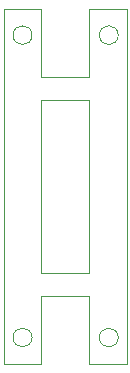
<source format=gbr>
%TF.GenerationSoftware,KiCad,Pcbnew,7.0.7*%
%TF.CreationDate,2023-10-04T11:26:52+02:00*%
%TF.ProjectId,_4mm_sleeper,5f346d6d-5f73-46c6-9565-7065722e6b69,rev?*%
%TF.SameCoordinates,Original*%
%TF.FileFunction,Profile,NP*%
%FSLAX46Y46*%
G04 Gerber Fmt 4.6, Leading zero omitted, Abs format (unit mm)*
G04 Created by KiCad (PCBNEW 7.0.7) date 2023-10-04 11:26:52*
%MOMM*%
%LPD*%
G01*
G04 APERTURE LIST*
%TA.AperFunction,Profile*%
%ADD10C,0.100000*%
%TD*%
G04 APERTURE END LIST*
D10*
X118100000Y-110100000D02*
G75*
G03*
X118100000Y-110100000I-800000J0D01*
G01*
X118100000Y-84500000D02*
G75*
G03*
X118100000Y-84500000I-800000J0D01*
G01*
X110800000Y-110100000D02*
G75*
G03*
X110800000Y-110100000I-800000J0D01*
G01*
X110800000Y-84500000D02*
G75*
G03*
X110800000Y-84500000I-800000J0D01*
G01*
X111600000Y-104600000D02*
X111600000Y-90000000D01*
X111600000Y-112300000D02*
X108400000Y-112300000D01*
X115600000Y-82300000D02*
X118800000Y-82300000D01*
X108400000Y-82300000D02*
X111600000Y-82300000D01*
X115600000Y-90000000D02*
X115600000Y-104600000D01*
X111600000Y-106600000D02*
X115600000Y-106600000D01*
X115600000Y-88000000D02*
X115600000Y-82300000D01*
X111600000Y-90000000D02*
X115600000Y-90000000D01*
X111600000Y-88000000D02*
X111600000Y-82300000D01*
X111600000Y-88000000D02*
X115600000Y-88000000D01*
X111600000Y-104600000D02*
X115600000Y-104600000D01*
X111600000Y-106600000D02*
X111600000Y-112300000D01*
X118800000Y-112300000D02*
X115600000Y-112300000D01*
X118800000Y-82300000D02*
X118800000Y-112300000D01*
X108400000Y-112300000D02*
X108400000Y-82300000D01*
X115600000Y-112300000D02*
X115600000Y-106600000D01*
M02*

</source>
